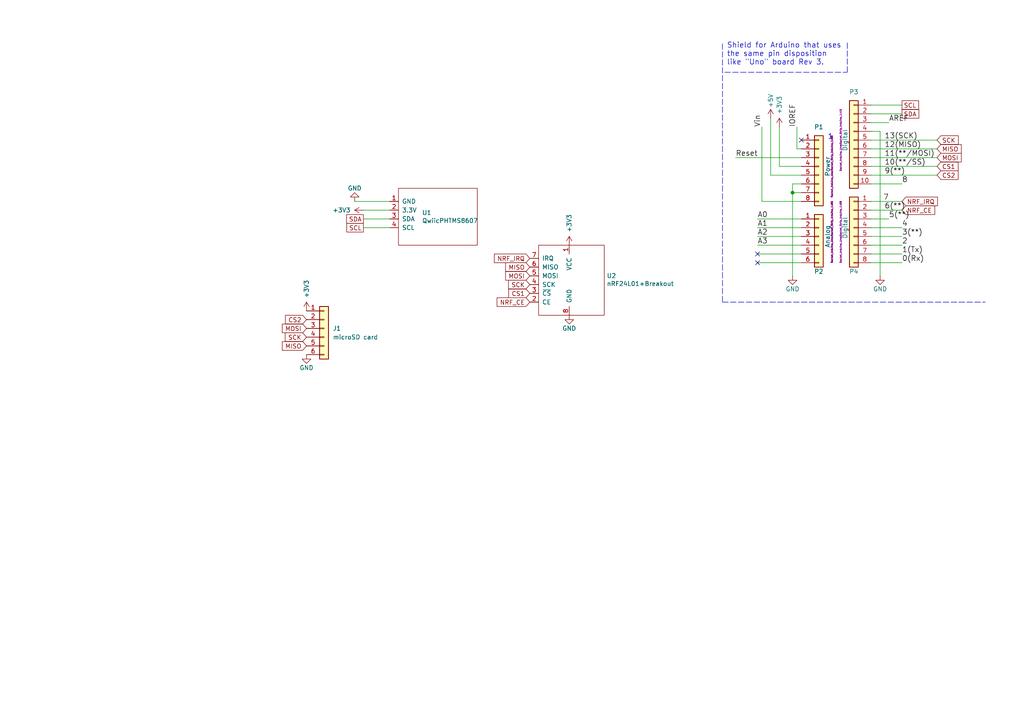
<source format=kicad_sch>
(kicad_sch (version 20211123) (generator eeschema)

  (uuid 0a3cc030-c9dd-4d74-9d50-715ed2b361a2)

  (paper "A4")

  (title_block
    (date "lun. 30 mars 2015")
  )

  (lib_symbols
    (symbol "Connector_Generic:Conn_01x06" (pin_names (offset 1.016) hide) (in_bom yes) (on_board yes)
      (property "Reference" "J" (id 0) (at 0 7.62 0)
        (effects (font (size 1.27 1.27)))
      )
      (property "Value" "Conn_01x06" (id 1) (at 0 -10.16 0)
        (effects (font (size 1.27 1.27)))
      )
      (property "Footprint" "" (id 2) (at 0 0 0)
        (effects (font (size 1.27 1.27)) hide)
      )
      (property "Datasheet" "~" (id 3) (at 0 0 0)
        (effects (font (size 1.27 1.27)) hide)
      )
      (property "ki_keywords" "connector" (id 4) (at 0 0 0)
        (effects (font (size 1.27 1.27)) hide)
      )
      (property "ki_description" "Generic connector, single row, 01x06, script generated (kicad-library-utils/schlib/autogen/connector/)" (id 5) (at 0 0 0)
        (effects (font (size 1.27 1.27)) hide)
      )
      (property "ki_fp_filters" "Connector*:*_1x??_*" (id 6) (at 0 0 0)
        (effects (font (size 1.27 1.27)) hide)
      )
      (symbol "Conn_01x06_1_1"
        (rectangle (start -1.27 -7.493) (end 0 -7.747)
          (stroke (width 0.1524) (type default) (color 0 0 0 0))
          (fill (type none))
        )
        (rectangle (start -1.27 -4.953) (end 0 -5.207)
          (stroke (width 0.1524) (type default) (color 0 0 0 0))
          (fill (type none))
        )
        (rectangle (start -1.27 -2.413) (end 0 -2.667)
          (stroke (width 0.1524) (type default) (color 0 0 0 0))
          (fill (type none))
        )
        (rectangle (start -1.27 0.127) (end 0 -0.127)
          (stroke (width 0.1524) (type default) (color 0 0 0 0))
          (fill (type none))
        )
        (rectangle (start -1.27 2.667) (end 0 2.413)
          (stroke (width 0.1524) (type default) (color 0 0 0 0))
          (fill (type none))
        )
        (rectangle (start -1.27 5.207) (end 0 4.953)
          (stroke (width 0.1524) (type default) (color 0 0 0 0))
          (fill (type none))
        )
        (rectangle (start -1.27 6.35) (end 1.27 -8.89)
          (stroke (width 0.254) (type default) (color 0 0 0 0))
          (fill (type background))
        )
        (pin passive line (at -5.08 5.08 0) (length 3.81)
          (name "Pin_1" (effects (font (size 1.27 1.27))))
          (number "1" (effects (font (size 1.27 1.27))))
        )
        (pin passive line (at -5.08 2.54 0) (length 3.81)
          (name "Pin_2" (effects (font (size 1.27 1.27))))
          (number "2" (effects (font (size 1.27 1.27))))
        )
        (pin passive line (at -5.08 0 0) (length 3.81)
          (name "Pin_3" (effects (font (size 1.27 1.27))))
          (number "3" (effects (font (size 1.27 1.27))))
        )
        (pin passive line (at -5.08 -2.54 0) (length 3.81)
          (name "Pin_4" (effects (font (size 1.27 1.27))))
          (number "4" (effects (font (size 1.27 1.27))))
        )
        (pin passive line (at -5.08 -5.08 0) (length 3.81)
          (name "Pin_5" (effects (font (size 1.27 1.27))))
          (number "5" (effects (font (size 1.27 1.27))))
        )
        (pin passive line (at -5.08 -7.62 0) (length 3.81)
          (name "Pin_6" (effects (font (size 1.27 1.27))))
          (number "6" (effects (font (size 1.27 1.27))))
        )
      )
    )
    (symbol "Connector_Generic:Conn_01x08" (pin_names (offset 1.016) hide) (in_bom yes) (on_board yes)
      (property "Reference" "J" (id 0) (at 0 10.16 0)
        (effects (font (size 1.27 1.27)))
      )
      (property "Value" "Conn_01x08" (id 1) (at 0 -12.7 0)
        (effects (font (size 1.27 1.27)))
      )
      (property "Footprint" "" (id 2) (at 0 0 0)
        (effects (font (size 1.27 1.27)) hide)
      )
      (property "Datasheet" "~" (id 3) (at 0 0 0)
        (effects (font (size 1.27 1.27)) hide)
      )
      (property "ki_keywords" "connector" (id 4) (at 0 0 0)
        (effects (font (size 1.27 1.27)) hide)
      )
      (property "ki_description" "Generic connector, single row, 01x08, script generated (kicad-library-utils/schlib/autogen/connector/)" (id 5) (at 0 0 0)
        (effects (font (size 1.27 1.27)) hide)
      )
      (property "ki_fp_filters" "Connector*:*_1x??_*" (id 6) (at 0 0 0)
        (effects (font (size 1.27 1.27)) hide)
      )
      (symbol "Conn_01x08_1_1"
        (rectangle (start -1.27 -10.033) (end 0 -10.287)
          (stroke (width 0.1524) (type default) (color 0 0 0 0))
          (fill (type none))
        )
        (rectangle (start -1.27 -7.493) (end 0 -7.747)
          (stroke (width 0.1524) (type default) (color 0 0 0 0))
          (fill (type none))
        )
        (rectangle (start -1.27 -4.953) (end 0 -5.207)
          (stroke (width 0.1524) (type default) (color 0 0 0 0))
          (fill (type none))
        )
        (rectangle (start -1.27 -2.413) (end 0 -2.667)
          (stroke (width 0.1524) (type default) (color 0 0 0 0))
          (fill (type none))
        )
        (rectangle (start -1.27 0.127) (end 0 -0.127)
          (stroke (width 0.1524) (type default) (color 0 0 0 0))
          (fill (type none))
        )
        (rectangle (start -1.27 2.667) (end 0 2.413)
          (stroke (width 0.1524) (type default) (color 0 0 0 0))
          (fill (type none))
        )
        (rectangle (start -1.27 5.207) (end 0 4.953)
          (stroke (width 0.1524) (type default) (color 0 0 0 0))
          (fill (type none))
        )
        (rectangle (start -1.27 7.747) (end 0 7.493)
          (stroke (width 0.1524) (type default) (color 0 0 0 0))
          (fill (type none))
        )
        (rectangle (start -1.27 8.89) (end 1.27 -11.43)
          (stroke (width 0.254) (type default) (color 0 0 0 0))
          (fill (type background))
        )
        (pin passive line (at -5.08 7.62 0) (length 3.81)
          (name "Pin_1" (effects (font (size 1.27 1.27))))
          (number "1" (effects (font (size 1.27 1.27))))
        )
        (pin passive line (at -5.08 5.08 0) (length 3.81)
          (name "Pin_2" (effects (font (size 1.27 1.27))))
          (number "2" (effects (font (size 1.27 1.27))))
        )
        (pin passive line (at -5.08 2.54 0) (length 3.81)
          (name "Pin_3" (effects (font (size 1.27 1.27))))
          (number "3" (effects (font (size 1.27 1.27))))
        )
        (pin passive line (at -5.08 0 0) (length 3.81)
          (name "Pin_4" (effects (font (size 1.27 1.27))))
          (number "4" (effects (font (size 1.27 1.27))))
        )
        (pin passive line (at -5.08 -2.54 0) (length 3.81)
          (name "Pin_5" (effects (font (size 1.27 1.27))))
          (number "5" (effects (font (size 1.27 1.27))))
        )
        (pin passive line (at -5.08 -5.08 0) (length 3.81)
          (name "Pin_6" (effects (font (size 1.27 1.27))))
          (number "6" (effects (font (size 1.27 1.27))))
        )
        (pin passive line (at -5.08 -7.62 0) (length 3.81)
          (name "Pin_7" (effects (font (size 1.27 1.27))))
          (number "7" (effects (font (size 1.27 1.27))))
        )
        (pin passive line (at -5.08 -10.16 0) (length 3.81)
          (name "Pin_8" (effects (font (size 1.27 1.27))))
          (number "8" (effects (font (size 1.27 1.27))))
        )
      )
    )
    (symbol "Connector_Generic:Conn_01x10" (pin_names (offset 1.016) hide) (in_bom yes) (on_board yes)
      (property "Reference" "J" (id 0) (at 0 12.7 0)
        (effects (font (size 1.27 1.27)))
      )
      (property "Value" "Conn_01x10" (id 1) (at 0 -15.24 0)
        (effects (font (size 1.27 1.27)))
      )
      (property "Footprint" "" (id 2) (at 0 0 0)
        (effects (font (size 1.27 1.27)) hide)
      )
      (property "Datasheet" "~" (id 3) (at 0 0 0)
        (effects (font (size 1.27 1.27)) hide)
      )
      (property "ki_keywords" "connector" (id 4) (at 0 0 0)
        (effects (font (size 1.27 1.27)) hide)
      )
      (property "ki_description" "Generic connector, single row, 01x10, script generated (kicad-library-utils/schlib/autogen/connector/)" (id 5) (at 0 0 0)
        (effects (font (size 1.27 1.27)) hide)
      )
      (property "ki_fp_filters" "Connector*:*_1x??_*" (id 6) (at 0 0 0)
        (effects (font (size 1.27 1.27)) hide)
      )
      (symbol "Conn_01x10_1_1"
        (rectangle (start -1.27 -12.573) (end 0 -12.827)
          (stroke (width 0.1524) (type default) (color 0 0 0 0))
          (fill (type none))
        )
        (rectangle (start -1.27 -10.033) (end 0 -10.287)
          (stroke (width 0.1524) (type default) (color 0 0 0 0))
          (fill (type none))
        )
        (rectangle (start -1.27 -7.493) (end 0 -7.747)
          (stroke (width 0.1524) (type default) (color 0 0 0 0))
          (fill (type none))
        )
        (rectangle (start -1.27 -4.953) (end 0 -5.207)
          (stroke (width 0.1524) (type default) (color 0 0 0 0))
          (fill (type none))
        )
        (rectangle (start -1.27 -2.413) (end 0 -2.667)
          (stroke (width 0.1524) (type default) (color 0 0 0 0))
          (fill (type none))
        )
        (rectangle (start -1.27 0.127) (end 0 -0.127)
          (stroke (width 0.1524) (type default) (color 0 0 0 0))
          (fill (type none))
        )
        (rectangle (start -1.27 2.667) (end 0 2.413)
          (stroke (width 0.1524) (type default) (color 0 0 0 0))
          (fill (type none))
        )
        (rectangle (start -1.27 5.207) (end 0 4.953)
          (stroke (width 0.1524) (type default) (color 0 0 0 0))
          (fill (type none))
        )
        (rectangle (start -1.27 7.747) (end 0 7.493)
          (stroke (width 0.1524) (type default) (color 0 0 0 0))
          (fill (type none))
        )
        (rectangle (start -1.27 10.287) (end 0 10.033)
          (stroke (width 0.1524) (type default) (color 0 0 0 0))
          (fill (type none))
        )
        (rectangle (start -1.27 11.43) (end 1.27 -13.97)
          (stroke (width 0.254) (type default) (color 0 0 0 0))
          (fill (type background))
        )
        (pin passive line (at -5.08 10.16 0) (length 3.81)
          (name "Pin_1" (effects (font (size 1.27 1.27))))
          (number "1" (effects (font (size 1.27 1.27))))
        )
        (pin passive line (at -5.08 -12.7 0) (length 3.81)
          (name "Pin_10" (effects (font (size 1.27 1.27))))
          (number "10" (effects (font (size 1.27 1.27))))
        )
        (pin passive line (at -5.08 7.62 0) (length 3.81)
          (name "Pin_2" (effects (font (size 1.27 1.27))))
          (number "2" (effects (font (size 1.27 1.27))))
        )
        (pin passive line (at -5.08 5.08 0) (length 3.81)
          (name "Pin_3" (effects (font (size 1.27 1.27))))
          (number "3" (effects (font (size 1.27 1.27))))
        )
        (pin passive line (at -5.08 2.54 0) (length 3.81)
          (name "Pin_4" (effects (font (size 1.27 1.27))))
          (number "4" (effects (font (size 1.27 1.27))))
        )
        (pin passive line (at -5.08 0 0) (length 3.81)
          (name "Pin_5" (effects (font (size 1.27 1.27))))
          (number "5" (effects (font (size 1.27 1.27))))
        )
        (pin passive line (at -5.08 -2.54 0) (length 3.81)
          (name "Pin_6" (effects (font (size 1.27 1.27))))
          (number "6" (effects (font (size 1.27 1.27))))
        )
        (pin passive line (at -5.08 -5.08 0) (length 3.81)
          (name "Pin_7" (effects (font (size 1.27 1.27))))
          (number "7" (effects (font (size 1.27 1.27))))
        )
        (pin passive line (at -5.08 -7.62 0) (length 3.81)
          (name "Pin_8" (effects (font (size 1.27 1.27))))
          (number "8" (effects (font (size 1.27 1.27))))
        )
        (pin passive line (at -5.08 -10.16 0) (length 3.81)
          (name "Pin_9" (effects (font (size 1.27 1.27))))
          (number "9" (effects (font (size 1.27 1.27))))
        )
      )
    )
    (symbol "power:+3.3V" (power) (pin_names (offset 0)) (in_bom yes) (on_board yes)
      (property "Reference" "#PWR" (id 0) (at 0 -3.81 0)
        (effects (font (size 1.27 1.27)) hide)
      )
      (property "Value" "+3.3V" (id 1) (at 0 3.556 0)
        (effects (font (size 1.27 1.27)))
      )
      (property "Footprint" "" (id 2) (at 0 0 0)
        (effects (font (size 1.27 1.27)) hide)
      )
      (property "Datasheet" "" (id 3) (at 0 0 0)
        (effects (font (size 1.27 1.27)) hide)
      )
      (property "ki_keywords" "power-flag" (id 4) (at 0 0 0)
        (effects (font (size 1.27 1.27)) hide)
      )
      (property "ki_description" "Power symbol creates a global label with name \"+3.3V\"" (id 5) (at 0 0 0)
        (effects (font (size 1.27 1.27)) hide)
      )
      (symbol "+3.3V_0_1"
        (polyline
          (pts
            (xy -0.762 1.27)
            (xy 0 2.54)
          )
          (stroke (width 0) (type default) (color 0 0 0 0))
          (fill (type none))
        )
        (polyline
          (pts
            (xy 0 0)
            (xy 0 2.54)
          )
          (stroke (width 0) (type default) (color 0 0 0 0))
          (fill (type none))
        )
        (polyline
          (pts
            (xy 0 2.54)
            (xy 0.762 1.27)
          )
          (stroke (width 0) (type default) (color 0 0 0 0))
          (fill (type none))
        )
      )
      (symbol "+3.3V_1_1"
        (pin power_in line (at 0 0 90) (length 0) hide
          (name "+3V3" (effects (font (size 1.27 1.27))))
          (number "1" (effects (font (size 1.27 1.27))))
        )
      )
    )
    (symbol "power:+5V" (power) (pin_names (offset 0)) (in_bom yes) (on_board yes)
      (property "Reference" "#PWR" (id 0) (at 0 -3.81 0)
        (effects (font (size 1.27 1.27)) hide)
      )
      (property "Value" "+5V" (id 1) (at 0 3.556 0)
        (effects (font (size 1.27 1.27)))
      )
      (property "Footprint" "" (id 2) (at 0 0 0)
        (effects (font (size 1.27 1.27)) hide)
      )
      (property "Datasheet" "" (id 3) (at 0 0 0)
        (effects (font (size 1.27 1.27)) hide)
      )
      (property "ki_keywords" "power-flag" (id 4) (at 0 0 0)
        (effects (font (size 1.27 1.27)) hide)
      )
      (property "ki_description" "Power symbol creates a global label with name \"+5V\"" (id 5) (at 0 0 0)
        (effects (font (size 1.27 1.27)) hide)
      )
      (symbol "+5V_0_1"
        (polyline
          (pts
            (xy -0.762 1.27)
            (xy 0 2.54)
          )
          (stroke (width 0) (type default) (color 0 0 0 0))
          (fill (type none))
        )
        (polyline
          (pts
            (xy 0 0)
            (xy 0 2.54)
          )
          (stroke (width 0) (type default) (color 0 0 0 0))
          (fill (type none))
        )
        (polyline
          (pts
            (xy 0 2.54)
            (xy 0.762 1.27)
          )
          (stroke (width 0) (type default) (color 0 0 0 0))
          (fill (type none))
        )
      )
      (symbol "+5V_1_1"
        (pin power_in line (at 0 0 90) (length 0) hide
          (name "+5V" (effects (font (size 1.27 1.27))))
          (number "1" (effects (font (size 1.27 1.27))))
        )
      )
    )
    (symbol "power:GND" (power) (pin_names (offset 0)) (in_bom yes) (on_board yes)
      (property "Reference" "#PWR" (id 0) (at 0 -6.35 0)
        (effects (font (size 1.27 1.27)) hide)
      )
      (property "Value" "GND" (id 1) (at 0 -3.81 0)
        (effects (font (size 1.27 1.27)))
      )
      (property "Footprint" "" (id 2) (at 0 0 0)
        (effects (font (size 1.27 1.27)) hide)
      )
      (property "Datasheet" "" (id 3) (at 0 0 0)
        (effects (font (size 1.27 1.27)) hide)
      )
      (property "ki_keywords" "power-flag" (id 4) (at 0 0 0)
        (effects (font (size 1.27 1.27)) hide)
      )
      (property "ki_description" "Power symbol creates a global label with name \"GND\" , ground" (id 5) (at 0 0 0)
        (effects (font (size 1.27 1.27)) hide)
      )
      (symbol "GND_0_1"
        (polyline
          (pts
            (xy 0 0)
            (xy 0 -1.27)
            (xy 1.27 -1.27)
            (xy 0 -2.54)
            (xy -1.27 -1.27)
            (xy 0 -1.27)
          )
          (stroke (width 0) (type default) (color 0 0 0 0))
          (fill (type none))
        )
      )
      (symbol "GND_1_1"
        (pin power_in line (at 0 0 270) (length 0) hide
          (name "GND" (effects (font (size 1.27 1.27))))
          (number "1" (effects (font (size 1.27 1.27))))
        )
      )
    )
    (symbol "yaws:QwiicPHTMS8607" (pin_names (offset 1.016)) (in_bom yes) (on_board yes)
      (property "Reference" "#U1" (id 0) (at 20.8026 0.5334 0)
        (effects (font (size 1.27 1.27)) (justify left))
      )
      (property "Value" "QwiicPHTMS8607" (id 1) (at 20.8026 -1.778 0)
        (effects (font (size 1.27 1.27)) (justify left))
      )
      (property "Footprint" "Connector_PinHeader_2.54mm:PinHeader_1x04_P2.54mm_Vertical" (id 2) (at 0 8.89 0)
        (effects (font (size 1.27 1.27)) hide)
      )
      (property "Datasheet" "" (id 3) (at 0 8.89 0)
        (effects (font (size 1.27 1.27)) hide)
      )
      (symbol "QwiicPHTMS8607_0_1"
        (rectangle (start 13.97 7.62) (end 36.83 -8.89)
          (stroke (width 0) (type default) (color 0 0 0 0))
          (fill (type none))
        )
      )
      (symbol "QwiicPHTMS8607_1_1"
        (pin power_in line (at 11.43 3.81 0) (length 2.54)
          (name "GND" (effects (font (size 1.27 1.27))))
          (number "1" (effects (font (size 1.27 1.27))))
        )
        (pin power_in line (at 11.43 1.27 0) (length 2.54)
          (name "3.3V" (effects (font (size 1.27 1.27))))
          (number "2" (effects (font (size 1.27 1.27))))
        )
        (pin bidirectional line (at 11.43 -1.27 0) (length 2.54)
          (name "SDA" (effects (font (size 1.27 1.27))))
          (number "3" (effects (font (size 1.27 1.27))))
        )
        (pin bidirectional line (at 11.43 -3.81 0) (length 2.54)
          (name "SCL" (effects (font (size 1.27 1.27))))
          (number "4" (effects (font (size 1.27 1.27))))
        )
      )
    )
    (symbol "yaws:nRF24L01+Breakout" (pin_names (offset 1.016)) (in_bom yes) (on_board yes)
      (property "Reference" "U" (id 0) (at 8.89 -2.54 0)
        (effects (font (size 1.27 1.27)))
      )
      (property "Value" "nRF24L01+Breakout" (id 1) (at 8.89 -13.97 90)
        (effects (font (size 1.27 1.27)))
      )
      (property "Footprint" "" (id 2) (at 0 0 0)
        (effects (font (size 1.27 1.27)) hide)
      )
      (property "Datasheet" "" (id 3) (at 0 0 0)
        (effects (font (size 1.27 1.27)) hide)
      )
      (symbol "nRF24L01+Breakout_0_1"
        (rectangle (start -8.89 -3.81) (end 10.16 -24.13)
          (stroke (width 0) (type default) (color 0 0 0 0))
          (fill (type none))
        )
      )
      (symbol "nRF24L01+Breakout_1_1"
        (pin power_in line (at 0 -3.81 270) (length 2.54)
          (name "VCC" (effects (font (size 1.27 1.27))))
          (number "1" (effects (font (size 1.27 1.27))))
        )
        (pin input line (at -11.43 -20.32 0) (length 2.54)
          (name "CE" (effects (font (size 1.27 1.27))))
          (number "2" (effects (font (size 1.27 1.27))))
        )
        (pin input line (at -11.43 -17.78 0) (length 2.54)
          (name "~{CS}" (effects (font (size 1.27 1.27))))
          (number "3" (effects (font (size 1.27 1.27))))
        )
        (pin input line (at -11.43 -15.24 0) (length 2.54)
          (name "SCK" (effects (font (size 1.27 1.27))))
          (number "4" (effects (font (size 1.27 1.27))))
        )
        (pin input line (at -11.43 -12.7 0) (length 2.54)
          (name "MOSI" (effects (font (size 1.27 1.27))))
          (number "5" (effects (font (size 1.27 1.27))))
        )
        (pin input line (at -11.43 -10.16 0) (length 2.54)
          (name "MISO" (effects (font (size 1.27 1.27))))
          (number "6" (effects (font (size 1.27 1.27))))
        )
        (pin input line (at -11.43 -7.62 0) (length 2.54)
          (name "IRQ" (effects (font (size 1.27 1.27))))
          (number "7" (effects (font (size 1.27 1.27))))
        )
        (pin power_in line (at 0 -24.13 90) (length 2.54)
          (name "GND" (effects (font (size 1.27 1.27))))
          (number "8" (effects (font (size 1.27 1.27))))
        )
      )
    )
  )

  (junction (at 229.87 55.88) (diameter 0) (color 0 0 0 0)
    (uuid 1bf544e3-5940-4576-9291-2464e95c0ee2)
  )

  (no_connect (at 219.71 73.66) (uuid 006f97bb-ed61-44c3-b547-0190a4d34a6b))
  (no_connect (at 219.71 76.2) (uuid 006f97bb-ed61-44c3-b547-0190a4d34a6b))
  (no_connect (at 232.41 40.64) (uuid afb8e687-4a13-41a1-b8c0-89a749e897fe))

  (wire (pts (xy 252.73 76.2) (xy 261.62 76.2))
    (stroke (width 0) (type default) (color 0 0 0 0))
    (uuid 003c2200-0632-4808-a662-8ddd5d30c768)
  )
  (polyline (pts (xy 209.55 12.7) (xy 209.55 87.63))
    (stroke (width 0) (type default) (color 0 0 0 0))
    (uuid 0217dfc4-fc13-4699-99ad-d9948522648e)
  )

  (wire (pts (xy 255.27 38.1) (xy 255.27 80.01))
    (stroke (width 0) (type default) (color 0 0 0 0))
    (uuid 0755aee5-bc01-4cb5-b830-583289df50a3)
  )
  (wire (pts (xy 252.73 45.72) (xy 271.78 45.72))
    (stroke (width 0) (type default) (color 0 0 0 0))
    (uuid 08a7c925-7fae-4530-b0c9-120e185cb318)
  )
  (wire (pts (xy 232.41 66.04) (xy 219.71 66.04))
    (stroke (width 0) (type default) (color 0 0 0 0))
    (uuid 0f54db53-a272-4955-88fb-d7ab00657bb0)
  )
  (wire (pts (xy 232.41 58.42) (xy 220.98 58.42))
    (stroke (width 0) (type default) (color 0 0 0 0))
    (uuid 1a1ab354-5f85-45f9-938c-9f6c4c8c3ea2)
  )
  (wire (pts (xy 252.73 33.02) (xy 261.62 33.02))
    (stroke (width 0) (type default) (color 0 0 0 0))
    (uuid 1c0591ac-7da2-4e63-ba89-7a3c7d6f3873)
  )
  (wire (pts (xy 102.87 58.42) (xy 113.03 58.42))
    (stroke (width 0) (type default) (color 0 0 0 0))
    (uuid 1e8701fc-ad24-40ea-846a-e3db538d6077)
  )
  (wire (pts (xy 252.73 30.48) (xy 261.62 30.48))
    (stroke (width 0) (type default) (color 0 0 0 0))
    (uuid 240e07e1-770b-4b27-894f-29fd601c924d)
  )
  (wire (pts (xy 252.73 38.1) (xy 255.27 38.1))
    (stroke (width 0) (type default) (color 0 0 0 0))
    (uuid 2f215f15-3d52-4c91-93e6-3ea03a95622f)
  )
  (polyline (pts (xy 278.13 87.63) (xy 285.75 87.63))
    (stroke (width 0) (type default) (color 0 0 0 0))
    (uuid 377ea783-2190-4391-a30a-088b5fddbf7b)
  )

  (wire (pts (xy 220.98 58.42) (xy 220.98 36.83))
    (stroke (width 0) (type default) (color 0 0 0 0))
    (uuid 3aaee4c4-dbf7-49a5-a620-9465d8cc3ae7)
  )
  (wire (pts (xy 232.41 53.34) (xy 229.87 53.34))
    (stroke (width 0) (type default) (color 0 0 0 0))
    (uuid 42713045-fffd-4b2d-ae1e-7232d705fb12)
  )
  (wire (pts (xy 252.73 40.64) (xy 271.78 40.64))
    (stroke (width 0) (type default) (color 0 0 0 0))
    (uuid 4a4ec8d9-3d72-4952-83d4-808f65849a2b)
  )
  (wire (pts (xy 252.73 35.56) (xy 257.81 35.56))
    (stroke (width 0) (type default) (color 0 0 0 0))
    (uuid 4bdec68a-4a5f-47ba-a4bb-f7a54c412054)
  )
  (wire (pts (xy 252.73 50.8) (xy 271.78 50.8))
    (stroke (width 0) (type default) (color 0 0 0 0))
    (uuid 5528bcad-2950-4673-90eb-c37e6952c475)
  )
  (wire (pts (xy 252.73 58.42) (xy 261.62 58.42))
    (stroke (width 0) (type default) (color 0 0 0 0))
    (uuid 61fe293f-6808-4b7f-9340-9aaac7054a97)
  )
  (wire (pts (xy 232.41 76.2) (xy 219.71 76.2))
    (stroke (width 0) (type default) (color 0 0 0 0))
    (uuid 6441b183-b8f2-458f-a23d-60e2b1f66dd6)
  )
  (wire (pts (xy 231.14 36.83) (xy 231.14 43.18))
    (stroke (width 0) (type default) (color 0 0 0 0))
    (uuid 666713b0-70f4-42df-8761-f65bc212d03b)
  )
  (wire (pts (xy 232.41 45.72) (xy 213.36 45.72))
    (stroke (width 0) (type default) (color 0 0 0 0))
    (uuid 6bfe5804-2ef9-4c65-b2a7-f01e4014370a)
  )
  (polyline (pts (xy 245.745 20.955) (xy 245.745 12.065))
    (stroke (width 0) (type default) (color 0 0 0 0))
    (uuid 6c2e273e-743c-4f1e-a647-4171f8122550)
  )

  (wire (pts (xy 252.73 43.18) (xy 271.78 43.18))
    (stroke (width 0) (type default) (color 0 0 0 0))
    (uuid 76e5d2bc-2762-4db5-808d-3b8f1b6f71e3)
  )
  (wire (pts (xy 232.41 50.8) (xy 223.52 50.8))
    (stroke (width 0) (type default) (color 0 0 0 0))
    (uuid 7aed3a71-054b-4aaa-9c0a-030523c32827)
  )
  (wire (pts (xy 252.73 53.34) (xy 261.62 53.34))
    (stroke (width 0) (type default) (color 0 0 0 0))
    (uuid 7bbf981c-a063-4e30-8911-e4228e1c0743)
  )
  (wire (pts (xy 231.14 43.18) (xy 232.41 43.18))
    (stroke (width 0) (type default) (color 0 0 0 0))
    (uuid 7dc880bc-e7eb-4cce-8d8c-0b65a9dd788e)
  )
  (wire (pts (xy 252.73 48.26) (xy 271.78 48.26))
    (stroke (width 0) (type default) (color 0 0 0 0))
    (uuid 7edc9030-db7b-43ac-a1b3-b87eeacb4c2d)
  )
  (wire (pts (xy 232.41 68.58) (xy 219.71 68.58))
    (stroke (width 0) (type default) (color 0 0 0 0))
    (uuid 80094b70-85ab-4ff6-934b-60d5ee65023a)
  )
  (wire (pts (xy 105.41 63.5) (xy 113.03 63.5))
    (stroke (width 0) (type default) (color 0 0 0 0))
    (uuid 8ca3e20d-bcc7-4c5e-9deb-562dfed9fecb)
  )
  (wire (pts (xy 229.87 53.34) (xy 229.87 55.88))
    (stroke (width 0) (type default) (color 0 0 0 0))
    (uuid 8da933a9-35f8-42e6-8504-d1bab7264306)
  )
  (wire (pts (xy 252.73 63.5) (xy 257.81 63.5))
    (stroke (width 0) (type default) (color 0 0 0 0))
    (uuid 8e2a0c71-ae24-43dc-b40e-0417f7c7ea6a)
  )
  (wire (pts (xy 232.41 48.26) (xy 226.06 48.26))
    (stroke (width 0) (type default) (color 0 0 0 0))
    (uuid 9157f4ae-0244-4ff1-9f73-3cb4cbb5f280)
  )
  (wire (pts (xy 232.41 63.5) (xy 219.71 63.5))
    (stroke (width 0) (type default) (color 0 0 0 0))
    (uuid 922058ca-d09a-45fd-8394-05f3e2c1e03a)
  )
  (wire (pts (xy 226.06 48.26) (xy 226.06 36.83))
    (stroke (width 0) (type default) (color 0 0 0 0))
    (uuid 97fe9c60-586f-4895-8504-4d3729f5f81a)
  )
  (wire (pts (xy 252.73 71.12) (xy 261.62 71.12))
    (stroke (width 0) (type default) (color 0 0 0 0))
    (uuid 9b0a1687-7e1b-4a04-a30b-c27a072a2949)
  )
  (wire (pts (xy 252.73 66.04) (xy 261.62 66.04))
    (stroke (width 0) (type default) (color 0 0 0 0))
    (uuid 9e1b837f-0d34-4a18-9644-9ee68f141f46)
  )
  (wire (pts (xy 105.41 66.04) (xy 113.03 66.04))
    (stroke (width 0) (type default) (color 0 0 0 0))
    (uuid a15a7506-eae4-4933-84da-9ad754258706)
  )
  (wire (pts (xy 252.73 60.96) (xy 261.62 60.96))
    (stroke (width 0) (type default) (color 0 0 0 0))
    (uuid b88717bd-086f-46cd-9d3f-0396009d0996)
  )
  (wire (pts (xy 229.87 55.88) (xy 229.87 80.01))
    (stroke (width 0) (type default) (color 0 0 0 0))
    (uuid bd5408e4-362d-4e43-9d39-78fb99eb52c8)
  )
  (wire (pts (xy 223.52 50.8) (xy 223.52 34.29))
    (stroke (width 0) (type default) (color 0 0 0 0))
    (uuid bdc7face-9f7c-4701-80bb-4cc144448db1)
  )
  (wire (pts (xy 232.41 73.66) (xy 219.71 73.66))
    (stroke (width 0) (type default) (color 0 0 0 0))
    (uuid bfc0aadc-38cf-466e-a642-68fdc3138c78)
  )
  (wire (pts (xy 252.73 68.58) (xy 261.62 68.58))
    (stroke (width 0) (type default) (color 0 0 0 0))
    (uuid c01d25cd-f4bb-4ef3-b5ea-533a2a4ddb2b)
  )
  (wire (pts (xy 232.41 55.88) (xy 229.87 55.88))
    (stroke (width 0) (type default) (color 0 0 0 0))
    (uuid c0515cd2-cdaa-467e-8354-0f6eadfa35c9)
  )
  (polyline (pts (xy 209.55 87.63) (xy 278.13 87.63))
    (stroke (width 0) (type default) (color 0 0 0 0))
    (uuid c0eca5ed-bc5e-4618-9bcd-80945bea41ed)
  )

  (wire (pts (xy 232.41 71.12) (xy 219.71 71.12))
    (stroke (width 0) (type default) (color 0 0 0 0))
    (uuid d4a1d3c4-b315-4bec-9220-d12a9eab51e0)
  )
  (polyline (pts (xy 210.185 20.955) (xy 245.745 20.955))
    (stroke (width 0) (type default) (color 0 0 0 0))
    (uuid e857610b-4434-4144-b04e-43c1ebdc5ceb)
  )

  (wire (pts (xy 105.41 60.96) (xy 113.03 60.96))
    (stroke (width 0) (type default) (color 0 0 0 0))
    (uuid e8c50f1b-c316-4110-9cce-5c24c65a1eaa)
  )
  (wire (pts (xy 252.73 73.66) (xy 261.62 73.66))
    (stroke (width 0) (type default) (color 0 0 0 0))
    (uuid ee27d19c-8dca-4ac8-a760-6dfd54d28071)
  )

  (text "1" (at 240.03 40.64 0)
    (effects (font (size 1.524 1.524)) (justify left bottom))
    (uuid 1d9cdadc-9036-4a95-b6db-fa7b3b74c869)
  )
  (text "Shield for Arduino that uses\nthe same pin disposition\nlike \"Uno\" board Rev 3."
    (at 210.82 19.05 0)
    (effects (font (size 1.524 1.524)) (justify left bottom))
    (uuid f1830a1b-f0cc-47ae-a2c9-679c82032f14)
  )

  (label "0(Rx)" (at 261.62 76.2 0)
    (effects (font (size 1.524 1.524)) (justify left bottom))
    (uuid 13abf99d-5265-4779-8973-e94370fd18ff)
  )
  (label "A1" (at 219.71 66.04 0)
    (effects (font (size 1.524 1.524)) (justify left bottom))
    (uuid 1860e030-7a36-4298-b7fc-a16d48ab15ba)
  )
  (label "6(**)" (at 256.54 60.96 0)
    (effects (font (size 1.524 1.524)) (justify left bottom))
    (uuid 23bb2798-d93a-4696-a962-c305c4298a0c)
  )
  (label "A2" (at 219.71 68.58 0)
    (effects (font (size 1.524 1.524)) (justify left bottom))
    (uuid 3dcc657b-55a1-48e0-9667-e01e7b6b08b5)
  )
  (label "3(**)" (at 261.62 68.58 0)
    (effects (font (size 1.524 1.524)) (justify left bottom))
    (uuid 46918595-4a45-48e8-84c0-961b4db7f35f)
  )
  (label "Reset" (at 213.36 45.72 0)
    (effects (font (size 1.524 1.524)) (justify left bottom))
    (uuid 4fb02e58-160a-4a39-9f22-d0c75e82ee72)
  )
  (label "13(SCK)" (at 256.54 40.64 0)
    (effects (font (size 1.524 1.524)) (justify left bottom))
    (uuid 62c076a3-d618-44a2-9042-9a08b3576787)
  )
  (label "A3" (at 219.71 71.12 0)
    (effects (font (size 1.524 1.524)) (justify left bottom))
    (uuid 67f6e996-3c99-493c-8f6f-e739e2ed5d7a)
  )
  (label "8" (at 261.62 53.34 0)
    (effects (font (size 1.524 1.524)) (justify left bottom))
    (uuid 6e105729-aba0-497c-a99e-c32d2b3ddb6d)
  )
  (label "7" (at 257.81 58.42 180)
    (effects (font (size 1.524 1.524)) (justify right bottom))
    (uuid 78cbdd6c-4878-4cc5-9a58-0e506478e37d)
  )
  (label "Vin" (at 220.98 36.83 90)
    (effects (font (size 1.524 1.524)) (justify left bottom))
    (uuid 8322f275-268c-4e87-a69f-4cfbf05e747f)
  )
  (label "5(**)" (at 257.81 63.5 0)
    (effects (font (size 1.524 1.524)) (justify left bottom))
    (uuid 94c158d1-8503-4553-b511-bf42f506c2a8)
  )
  (label "9(**)" (at 256.54 50.8 0)
    (effects (font (size 1.524 1.524)) (justify left bottom))
    (uuid 983c426c-24e0-4c65-ab69-1f1824adc5c6)
  )
  (label "4" (at 261.62 66.04 0)
    (effects (font (size 1.524 1.524)) (justify left bottom))
    (uuid 9ccf03e8-755a-4cd9-96fc-30e1d08fa253)
  )
  (label "2" (at 261.62 71.12 0)
    (effects (font (size 1.524 1.524)) (justify left bottom))
    (uuid a7520ad3-0f8b-4788-92d4-8ffb277041e6)
  )
  (label "1(Tx)" (at 261.62 73.66 0)
    (effects (font (size 1.524 1.524)) (justify left bottom))
    (uuid a795f1ba-cdd5-4cc5-9a52-08586e982934)
  )
  (label "IOREF" (at 231.14 36.83 90)
    (effects (font (size 1.524 1.524)) (justify left bottom))
    (uuid b6270a28-e0d9-4655-a18a-03dbf007b940)
  )
  (label "10(**/SS)" (at 256.54 48.26 0)
    (effects (font (size 1.524 1.524)) (justify left bottom))
    (uuid c1d83899-e380-49f9-a87d-8e78bc089ebf)
  )
  (label "AREF" (at 257.81 35.56 0)
    (effects (font (size 1.524 1.524)) (justify left bottom))
    (uuid da469d11-a8a4-414b-9449-d151eeaf4853)
  )
  (label "11(**/MOSI)" (at 256.54 45.72 0)
    (effects (font (size 1.524 1.524)) (justify left bottom))
    (uuid e9bb29b2-2bb9-4ea2-acd9-2bb3ca677a12)
  )
  (label "12(MISO)" (at 256.54 43.18 0)
    (effects (font (size 1.524 1.524)) (justify left bottom))
    (uuid ec31c074-17b2-48e1-ab01-071acad3fa04)
  )
  (label "A0" (at 219.71 63.5 0)
    (effects (font (size 1.524 1.524)) (justify left bottom))
    (uuid f3490fa5-5a27-423b-af60-53609669542c)
  )

  (global_label "SCK" (shape input) (at 153.67 82.55 180) (fields_autoplaced)
    (effects (font (size 1.27 1.27)) (justify right))
    (uuid 0cb3a8c9-9703-4c3a-a9fc-907d9e8ff416)
    (property "Intersheet References" "${INTERSHEET_REFS}" (id 0) (at 147.5963 82.6294 0)
      (effects (font (size 1.27 1.27)) (justify right) hide)
    )
  )
  (global_label "MOSI" (shape input) (at 88.9 95.25 180) (fields_autoplaced)
    (effects (font (size 1.27 1.27)) (justify right))
    (uuid 19eb268b-8f1f-4904-8efb-4b63af67b63a)
    (property "Intersheet References" "${INTERSHEET_REFS}" (id 0) (at 81.9796 95.3294 0)
      (effects (font (size 1.27 1.27)) (justify right) hide)
    )
  )
  (global_label "MISO" (shape input) (at 271.78 43.18 0) (fields_autoplaced)
    (effects (font (size 1.27 1.27)) (justify left))
    (uuid 1e4f56d9-7797-4283-952a-412dd33b7acf)
    (property "Intersheet References" "${INTERSHEET_REFS}" (id 0) (at 278.7004 43.1006 0)
      (effects (font (size 1.27 1.27)) (justify left) hide)
    )
  )
  (global_label "NRF_CE" (shape input) (at 261.62 60.96 0) (fields_autoplaced)
    (effects (font (size 1.27 1.27)) (justify left))
    (uuid 49907ab9-0e59-4f2c-9360-a9bd477707dd)
    (property "Intersheet References" "${INTERSHEET_REFS}" (id 0) (at 271.0199 60.8806 0)
      (effects (font (size 1.27 1.27)) (justify left) hide)
    )
  )
  (global_label "CS2" (shape input) (at 88.9 92.71 180) (fields_autoplaced)
    (effects (font (size 1.27 1.27)) (justify right))
    (uuid 5154ea12-0a47-457a-a4a5-ae5342ee4b9c)
    (property "Intersheet References" "${INTERSHEET_REFS}" (id 0) (at 82.8868 92.7894 0)
      (effects (font (size 1.27 1.27)) (justify right) hide)
    )
  )
  (global_label "SCK" (shape input) (at 88.9 97.79 180) (fields_autoplaced)
    (effects (font (size 1.27 1.27)) (justify right))
    (uuid 5c8aa320-4ba6-420f-afc0-29d54c2ea32e)
    (property "Intersheet References" "${INTERSHEET_REFS}" (id 0) (at 82.8263 97.8694 0)
      (effects (font (size 1.27 1.27)) (justify right) hide)
    )
  )
  (global_label "NRF_IRQ" (shape input) (at 261.62 58.42 0) (fields_autoplaced)
    (effects (font (size 1.27 1.27)) (justify left))
    (uuid 76f11945-cf8c-4bdd-871e-4684f8c2138a)
    (property "Intersheet References" "${INTERSHEET_REFS}" (id 0) (at 271.8061 58.3406 0)
      (effects (font (size 1.27 1.27)) (justify left) hide)
    )
  )
  (global_label "CS2" (shape input) (at 271.78 50.8 0) (fields_autoplaced)
    (effects (font (size 1.27 1.27)) (justify left))
    (uuid 7bfa3eae-0bbd-4dec-b2a0-3ca9c4677db6)
    (property "Intersheet References" "${INTERSHEET_REFS}" (id 0) (at 277.7932 50.7206 0)
      (effects (font (size 1.27 1.27)) (justify left) hide)
    )
  )
  (global_label "MOSI" (shape input) (at 153.67 80.01 180) (fields_autoplaced)
    (effects (font (size 1.27 1.27)) (justify right))
    (uuid 82e5c34e-a6c0-4871-81e1-6fa0c9f72016)
    (property "Intersheet References" "${INTERSHEET_REFS}" (id 0) (at 146.7496 80.0894 0)
      (effects (font (size 1.27 1.27)) (justify right) hide)
    )
  )
  (global_label "SCL" (shape passive) (at 261.62 30.48 0) (fields_autoplaced)
    (effects (font (size 1.27 1.27)) (justify left))
    (uuid 8c514922-ffe1-4e37-a260-e807409f2e0d)
    (property "Intersheet References" "${INTERSHEET_REFS}" (id 0) (at 487.68 106.68 0)
      (effects (font (size 1.27 1.27)) hide)
    )
  )
  (global_label "SCK" (shape input) (at 271.78 40.64 0) (fields_autoplaced)
    (effects (font (size 1.27 1.27)) (justify left))
    (uuid 8d4b41e7-ee90-4947-80c3-4380b3f76127)
    (property "Intersheet References" "${INTERSHEET_REFS}" (id 0) (at 277.8537 40.5606 0)
      (effects (font (size 1.27 1.27)) (justify left) hide)
    )
  )
  (global_label "MISO" (shape input) (at 88.9 100.33 180) (fields_autoplaced)
    (effects (font (size 1.27 1.27)) (justify right))
    (uuid 8dc73d4d-fb72-432d-9b62-63092efe4613)
    (property "Intersheet References" "${INTERSHEET_REFS}" (id 0) (at 81.9796 100.4094 0)
      (effects (font (size 1.27 1.27)) (justify right) hide)
    )
  )
  (global_label "NRF_CE" (shape input) (at 153.67 87.63 180) (fields_autoplaced)
    (effects (font (size 1.27 1.27)) (justify right))
    (uuid 9f4f1d86-1db9-4d5b-b10e-ec8f8d01a37a)
    (property "Intersheet References" "${INTERSHEET_REFS}" (id 0) (at 144.2701 87.7094 0)
      (effects (font (size 1.27 1.27)) (justify right) hide)
    )
  )
  (global_label "NRF_IRQ" (shape input) (at 153.67 74.93 180) (fields_autoplaced)
    (effects (font (size 1.27 1.27)) (justify right))
    (uuid a07e6b80-7f1f-4782-99af-e0140ff93210)
    (property "Intersheet References" "${INTERSHEET_REFS}" (id 0) (at 143.4839 75.0094 0)
      (effects (font (size 1.27 1.27)) (justify right) hide)
    )
  )
  (global_label "MOSI" (shape input) (at 271.78 45.72 0) (fields_autoplaced)
    (effects (font (size 1.27 1.27)) (justify left))
    (uuid a6c9beda-cfa2-4b75-a929-24444ca8f056)
    (property "Intersheet References" "${INTERSHEET_REFS}" (id 0) (at 278.7004 45.6406 0)
      (effects (font (size 1.27 1.27)) (justify left) hide)
    )
  )
  (global_label "CS1" (shape input) (at 153.67 85.09 180) (fields_autoplaced)
    (effects (font (size 1.27 1.27)) (justify right))
    (uuid aacae1ed-1630-4a22-8bc0-0fc4ffba468d)
    (property "Intersheet References" "${INTERSHEET_REFS}" (id 0) (at 147.6568 85.1694 0)
      (effects (font (size 1.27 1.27)) (justify right) hide)
    )
  )
  (global_label "CS1" (shape input) (at 271.78 48.26 0) (fields_autoplaced)
    (effects (font (size 1.27 1.27)) (justify left))
    (uuid bff95961-bcd5-4b0f-aa53-4d61c3a07276)
    (property "Intersheet References" "${INTERSHEET_REFS}" (id 0) (at 277.7932 48.1806 0)
      (effects (font (size 1.27 1.27)) (justify left) hide)
    )
  )
  (global_label "SDA" (shape passive) (at 105.41 63.5 180) (fields_autoplaced)
    (effects (font (size 1.27 1.27)) (justify right))
    (uuid d3c11c8f-a73d-4211-934b-a6da255728ad)
    (property "Intersheet References" "${INTERSHEET_REFS}" (id 0) (at 0 0 0)
      (effects (font (size 1.27 1.27)) hide)
    )
  )
  (global_label "SDA" (shape passive) (at 261.62 33.02 0) (fields_autoplaced)
    (effects (font (size 1.27 1.27)) (justify left))
    (uuid d5641ac9-9be7-46bf-90b3-6c83d852b5ba)
    (property "Intersheet References" "${INTERSHEET_REFS}" (id 0) (at 487.68 106.68 0)
      (effects (font (size 1.27 1.27)) hide)
    )
  )
  (global_label "SCL" (shape passive) (at 105.41 66.04 180) (fields_autoplaced)
    (effects (font (size 1.27 1.27)) (justify right))
    (uuid e21aa84b-970e-47cf-b64f-3b55ee0e1b51)
    (property "Intersheet References" "${INTERSHEET_REFS}" (id 0) (at 0 0 0)
      (effects (font (size 1.27 1.27)) hide)
    )
  )
  (global_label "MISO" (shape input) (at 153.67 77.47 180) (fields_autoplaced)
    (effects (font (size 1.27 1.27)) (justify right))
    (uuid ed4a2cdf-78f4-499a-b811-ecdbb11e30ea)
    (property "Intersheet References" "${INTERSHEET_REFS}" (id 0) (at 146.7496 77.5494 0)
      (effects (font (size 1.27 1.27)) (justify right) hide)
    )
  )

  (symbol (lib_id "Connector_Generic:Conn_01x08") (at 237.49 48.26 0) (unit 1)
    (in_bom yes) (on_board yes)
    (uuid 00000000-0000-0000-0000-000056d70129)
    (property "Reference" "P1" (id 0) (at 237.49 36.83 0))
    (property "Value" "Power" (id 1) (at 240.03 48.26 90))
    (property "Footprint" "Socket_Arduino_Uno:Socket_Strip_Arduino_1x08" (id 2) (at 241.3 48.26 90)
      (effects (font (size 0.508 0.508)))
    )
    (property "Datasheet" "" (id 3) (at 237.49 48.26 0))
    (pin "1" (uuid 7929556d-425b-44d6-ad09-9242e3f58d81))
    (pin "2" (uuid 84bc6553-e89b-4e2b-a228-bd1ade5ad5fb))
    (pin "3" (uuid 9ae17316-7da4-4230-9dd0-d52aea7f8c93))
    (pin "4" (uuid 4ff1360d-0c02-44dc-8860-12e10db463d9))
    (pin "5" (uuid d6c42d54-c6c2-425a-a6a5-19a8133adb07))
    (pin "6" (uuid ba0ee18c-9549-4b99-a18a-24e941e5cfd1))
    (pin "7" (uuid df42436b-ed24-42f0-995f-306f770e3594))
    (pin "8" (uuid 6f655fc0-d04c-4f7b-bea3-077023f41e79))
  )

  (symbol (lib_id "power:+3.3V") (at 226.06 36.83 0) (unit 1)
    (in_bom yes) (on_board yes)
    (uuid 00000000-0000-0000-0000-000056d70538)
    (property "Reference" "#PWR01" (id 0) (at 226.06 40.64 0)
      (effects (font (size 1.27 1.27)) hide)
    )
    (property "Value" "+3.3V" (id 1) (at 226.06 30.48 90))
    (property "Footprint" "" (id 2) (at 226.06 36.83 0))
    (property "Datasheet" "" (id 3) (at 226.06 36.83 0))
    (pin "1" (uuid 9f45c2e1-5058-4d3e-94a1-6b3749545d34))
  )

  (symbol (lib_id "power:+5V") (at 223.52 34.29 0) (unit 1)
    (in_bom yes) (on_board yes)
    (uuid 00000000-0000-0000-0000-000056d707bb)
    (property "Reference" "#PWR02" (id 0) (at 223.52 38.1 0)
      (effects (font (size 1.27 1.27)) hide)
    )
    (property "Value" "+5V" (id 1) (at 223.52 29.21 90))
    (property "Footprint" "" (id 2) (at 223.52 34.29 0))
    (property "Datasheet" "" (id 3) (at 223.52 34.29 0))
    (pin "1" (uuid d21d5d47-0d67-4a80-848a-647eaee9d7c0))
  )

  (symbol (lib_id "power:GND") (at 229.87 80.01 0) (unit 1)
    (in_bom yes) (on_board yes)
    (uuid 00000000-0000-0000-0000-000056d70cc2)
    (property "Reference" "#PWR03" (id 0) (at 229.87 86.36 0)
      (effects (font (size 1.27 1.27)) hide)
    )
    (property "Value" "GND" (id 1) (at 229.87 83.82 0))
    (property "Footprint" "" (id 2) (at 229.87 80.01 0))
    (property "Datasheet" "" (id 3) (at 229.87 80.01 0))
    (pin "1" (uuid cdec2960-8356-43b8-a368-3ab4282311fc))
  )

  (symbol (lib_id "power:GND") (at 255.27 80.01 0) (unit 1)
    (in_bom yes) (on_board yes)
    (uuid 00000000-0000-0000-0000-000056d70cff)
    (property "Reference" "#PWR04" (id 0) (at 255.27 86.36 0)
      (effects (font (size 1.27 1.27)) hide)
    )
    (property "Value" "GND" (id 1) (at 255.27 83.82 0))
    (property "Footprint" "" (id 2) (at 255.27 80.01 0))
    (property "Datasheet" "" (id 3) (at 255.27 80.01 0))
    (pin "1" (uuid d60723be-0ece-433c-a3cc-8d026e9d4965))
  )

  (symbol (lib_id "Connector_Generic:Conn_01x06") (at 237.49 68.58 0) (unit 1)
    (in_bom yes) (on_board yes)
    (uuid 00000000-0000-0000-0000-000056d70dd8)
    (property "Reference" "P2" (id 0) (at 237.49 78.74 0))
    (property "Value" "Analog" (id 1) (at 240.03 68.58 90))
    (property "Footprint" "Socket_Arduino_Uno:Socket_Strip_Arduino_1x06" (id 2) (at 241.3 67.31 90)
      (effects (font (size 0.508 0.508)))
    )
    (property "Datasheet" "" (id 3) (at 237.49 68.58 0))
    (pin "1" (uuid 8e82036a-9d2a-473f-bde0-dc4d8fd90eaa))
    (pin "2" (uuid 30855da1-a798-47ba-9a14-898099c3f495))
    (pin "3" (uuid 6679859c-171d-4173-a182-77f6cae674b6))
    (pin "4" (uuid cdd81664-a19a-4156-8f2c-9520007336eb))
    (pin "5" (uuid 968fc3d1-8457-4524-a323-6c5cd27c0f98))
    (pin "6" (uuid 9d846440-8dcb-4b9c-b3b7-54cbfec44054))
  )

  (symbol (lib_id "Connector_Generic:Conn_01x08") (at 247.65 66.04 0) (mirror y) (unit 1)
    (in_bom yes) (on_board yes)
    (uuid 00000000-0000-0000-0000-000056d7164f)
    (property "Reference" "P4" (id 0) (at 247.65 78.74 0))
    (property "Value" "Digital" (id 1) (at 245.11 66.04 90))
    (property "Footprint" "Socket_Arduino_Uno:Socket_Strip_Arduino_1x08" (id 2) (at 243.84 67.31 90)
      (effects (font (size 0.508 0.508)))
    )
    (property "Datasheet" "" (id 3) (at 247.65 66.04 0))
    (pin "1" (uuid 8c4a7192-1359-491d-ba2d-fe0e590b2c31))
    (pin "2" (uuid b25517cb-8e42-49de-9b58-c637dbdea4dd))
    (pin "3" (uuid 5c991ff0-abca-4508-9724-4c099120e979))
    (pin "4" (uuid 9c2986e2-e7a3-48cd-9c0f-fb33dfb875b0))
    (pin "5" (uuid 110987fe-4f33-4568-96f4-a15ba51a26fb))
    (pin "6" (uuid 7a9ff2ff-18f2-4d56-b826-1f29287d27e3))
    (pin "7" (uuid c3e789ae-32f1-4006-8cba-b0bb5bd531b5))
    (pin "8" (uuid c1741a96-2771-4bf7-889e-5f38cdcc8f2d))
  )

  (symbol (lib_id "Connector_Generic:Conn_01x10") (at 247.65 40.64 0) (mirror y) (unit 1)
    (in_bom yes) (on_board yes)
    (uuid 00000000-0000-0000-0000-000056d721e0)
    (property "Reference" "P3" (id 0) (at 247.65 26.67 0))
    (property "Value" "Digital" (id 1) (at 245.11 40.64 90))
    (property "Footprint" "Socket_Arduino_Uno:Socket_Strip_Arduino_1x10" (id 2) (at 243.84 40.64 90)
      (effects (font (size 0.508 0.508)))
    )
    (property "Datasheet" "" (id 3) (at 247.65 40.64 0))
    (pin "1" (uuid d817a4af-a300-49a0-bdcd-6ec71caf4621))
    (pin "10" (uuid 08bb1afe-a1b6-4526-a9d0-eb5567e3b97c))
    (pin "2" (uuid 3ec2bf3a-6bed-4789-a0ba-6bc23d1c8673))
    (pin "3" (uuid d067cfdd-9cbd-47ea-b843-39bf31c3907e))
    (pin "4" (uuid cebeb080-fe76-40f5-9900-c193c3760ee3))
    (pin "5" (uuid 2b5bc44a-2b24-4594-b714-8783625cfa9c))
    (pin "6" (uuid e364360b-a897-483b-a4a7-a964e0228b8a))
    (pin "7" (uuid 16872fdd-8c6c-4def-88e5-e8d068ac77b4))
    (pin "8" (uuid 4845f7a6-c463-4580-b93c-913e05be62b5))
    (pin "9" (uuid 8364e1fe-be63-4cda-8000-a57e716c4c1e))
  )

  (symbol (lib_id "yaws:QwiicPHTMS8607") (at 101.6 62.23 0) (unit 1)
    (in_bom yes) (on_board yes)
    (uuid 00000000-0000-0000-0000-00006202c8cd)
    (property "Reference" "U1" (id 0) (at 122.4026 61.6966 0)
      (effects (font (size 1.27 1.27)) (justify left))
    )
    (property "Value" "QwiicPHTMS8607" (id 1) (at 122.4026 64.008 0)
      (effects (font (size 1.27 1.27)) (justify left))
    )
    (property "Footprint" "Connector_PinHeader_2.54mm:PinHeader_1x04_P2.54mm_Vertical" (id 2) (at 101.6 53.34 0)
      (effects (font (size 1.27 1.27)) hide)
    )
    (property "Datasheet" "" (id 3) (at 101.6 53.34 0)
      (effects (font (size 1.27 1.27)) hide)
    )
    (pin "1" (uuid e4015ad2-3e2f-419e-9a88-e59ab9c6e5c3))
    (pin "2" (uuid bde8ecb6-8f54-4c81-a756-d3f5f8297c6e))
    (pin "3" (uuid 1eb42abd-1deb-463e-b751-41637bf1529b))
    (pin "4" (uuid 9c2a6d16-8099-432e-929b-03afcf27352c))
  )

  (symbol (lib_id "power:+3.3V") (at 105.41 60.96 90) (unit 1)
    (in_bom yes) (on_board yes)
    (uuid 00000000-0000-0000-0000-000062041b51)
    (property "Reference" "#PWR0101" (id 0) (at 109.22 60.96 0)
      (effects (font (size 1.27 1.27)) hide)
    )
    (property "Value" "+3.3V" (id 1) (at 99.06 60.96 90))
    (property "Footprint" "" (id 2) (at 105.41 60.96 0))
    (property "Datasheet" "" (id 3) (at 105.41 60.96 0))
    (pin "1" (uuid 53f4b347-d2aa-4c55-a960-efd1f9ade30b))
  )

  (symbol (lib_id "power:GND") (at 102.87 58.42 180) (unit 1)
    (in_bom yes) (on_board yes)
    (uuid 00000000-0000-0000-0000-000062043a94)
    (property "Reference" "#PWR0102" (id 0) (at 102.87 52.07 0)
      (effects (font (size 1.27 1.27)) hide)
    )
    (property "Value" "GND" (id 1) (at 102.87 54.61 0))
    (property "Footprint" "" (id 2) (at 102.87 58.42 0))
    (property "Datasheet" "" (id 3) (at 102.87 58.42 0))
    (pin "1" (uuid 05505705-1c51-4543-b0c0-5e702861747f))
  )

  (symbol (lib_id "yaws:nRF24L01+Breakout") (at 165.1 67.31 0) (unit 1)
    (in_bom yes) (on_board yes)
    (uuid 00000000-0000-0000-0000-00006204e241)
    (property "Reference" "U2" (id 0) (at 175.9712 79.9846 0)
      (effects (font (size 1.27 1.27)) (justify left))
    )
    (property "Value" "nRF24L01+Breakout" (id 1) (at 175.9712 82.296 0)
      (effects (font (size 1.27 1.27)) (justify left))
    )
    (property "Footprint" "Connector_PinHeader_2.54mm:PinHeader_1x08_P2.54mm_Vertical" (id 2) (at 165.1 67.31 0)
      (effects (font (size 1.27 1.27)) hide)
    )
    (property "Datasheet" "" (id 3) (at 165.1 67.31 0)
      (effects (font (size 1.27 1.27)) hide)
    )
    (pin "1" (uuid d3a3eadb-4cd5-4775-8f20-29a2c1213a1e))
    (pin "2" (uuid 66fd56e5-8154-45e3-9505-45bde72e57fa))
    (pin "3" (uuid 48ca9c5f-eb5e-49de-a9da-0ca597051b3c))
    (pin "4" (uuid b74d0c12-845d-4162-a938-68d028f8d527))
    (pin "5" (uuid 28b1ad0f-a28b-4d92-8ad1-bed0bbe099e0))
    (pin "6" (uuid a26f62f5-c509-4ae7-ab39-ec95553d20c3))
    (pin "7" (uuid d56cea32-adad-4a1b-8533-9b8ddaf69a01))
    (pin "8" (uuid fe2d4056-0ae3-40ca-b312-46275940a918))
  )

  (symbol (lib_id "power:GND") (at 165.1 91.44 0) (unit 1)
    (in_bom yes) (on_board yes)
    (uuid 00000000-0000-0000-0000-0000620534f7)
    (property "Reference" "#PWR0103" (id 0) (at 165.1 97.79 0)
      (effects (font (size 1.27 1.27)) hide)
    )
    (property "Value" "GND" (id 1) (at 165.1 95.25 0))
    (property "Footprint" "" (id 2) (at 165.1 91.44 0))
    (property "Datasheet" "" (id 3) (at 165.1 91.44 0))
    (pin "1" (uuid 88acc4b6-d84a-4ce3-b946-4bec86856147))
  )

  (symbol (lib_id "power:+3.3V") (at 165.1 71.12 0) (unit 1)
    (in_bom yes) (on_board yes)
    (uuid 00000000-0000-0000-0000-00006205a579)
    (property "Reference" "#PWR0104" (id 0) (at 165.1 74.93 0)
      (effects (font (size 1.27 1.27)) hide)
    )
    (property "Value" "+3.3V" (id 1) (at 165.1 64.77 90))
    (property "Footprint" "" (id 2) (at 165.1 71.12 0))
    (property "Datasheet" "" (id 3) (at 165.1 71.12 0))
    (pin "1" (uuid 8f984dab-d5cf-438c-a0a0-7eb63140f073))
  )

  (symbol (lib_id "power:GND") (at 88.9 102.87 0) (unit 1)
    (in_bom yes) (on_board yes)
    (uuid 78a16c8a-78dc-4ada-a24e-e7f2356c9d39)
    (property "Reference" "#PWR0105" (id 0) (at 88.9 109.22 0)
      (effects (font (size 1.27 1.27)) hide)
    )
    (property "Value" "GND" (id 1) (at 88.9 106.68 0))
    (property "Footprint" "" (id 2) (at 88.9 102.87 0))
    (property "Datasheet" "" (id 3) (at 88.9 102.87 0))
    (pin "1" (uuid 7e1c30eb-5232-4e64-a25b-a3fe6e133afe))
  )

  (symbol (lib_id "power:+3.3V") (at 88.9 90.17 0) (unit 1)
    (in_bom yes) (on_board yes)
    (uuid b682da12-f9e7-4128-900a-c47e51707284)
    (property "Reference" "#PWR0106" (id 0) (at 88.9 93.98 0)
      (effects (font (size 1.27 1.27)) hide)
    )
    (property "Value" "+3.3V" (id 1) (at 88.9 83.82 90))
    (property "Footprint" "" (id 2) (at 88.9 90.17 0))
    (property "Datasheet" "" (id 3) (at 88.9 90.17 0))
    (pin "1" (uuid 9f6d776e-a622-45ca-bed9-530966d21896))
  )

  (symbol (lib_id "Connector_Generic:Conn_01x06") (at 93.98 95.25 0) (unit 1)
    (in_bom yes) (on_board yes) (fields_autoplaced)
    (uuid d1b6b0b6-b271-48bb-b417-ec74a9928d18)
    (property "Reference" "J1" (id 0) (at 96.52 95.2499 0)
      (effects (font (size 1.27 1.27)) (justify left))
    )
    (property "Value" "microSD card" (id 1) (at 96.52 97.7899 0)
      (effects (font (size 1.27 1.27)) (justify left))
    )
    (property "Footprint" "Connector_PinHeader_2.54mm:PinHeader_1x06_P2.54mm_Vertical" (id 2) (at 93.98 95.25 0)
      (effects (font (size 1.27 1.27)) hide)
    )
    (property "Datasheet" "~" (id 3) (at 93.98 95.25 0)
      (effects (font (size 1.27 1.27)) hide)
    )
    (pin "1" (uuid 78ab3518-6069-478a-a0b8-39954888f9f5))
    (pin "2" (uuid a5f7411c-6ac8-44c1-aa8d-1a85416c2fbf))
    (pin "3" (uuid a133fe9f-f65f-4c83-a4a9-728f8b30f0fd))
    (pin "4" (uuid f259f313-6024-43fe-8271-f49aed6f69b3))
    (pin "5" (uuid 2d4ef9b7-cdc8-4689-abc4-e1ce5da5756e))
    (pin "6" (uuid 657c63df-b816-4a02-8c77-318259ad9d87))
  )

  (sheet_instances
    (path "/" (page "1"))
  )

  (symbol_instances
    (path "/00000000-0000-0000-0000-000056d70538"
      (reference "#PWR01") (unit 1) (value "+3.3V") (footprint "")
    )
    (path "/00000000-0000-0000-0000-000056d707bb"
      (reference "#PWR02") (unit 1) (value "+5V") (footprint "")
    )
    (path "/00000000-0000-0000-0000-000056d70cc2"
      (reference "#PWR03") (unit 1) (value "GND") (footprint "")
    )
    (path "/00000000-0000-0000-0000-000056d70cff"
      (reference "#PWR04") (unit 1) (value "GND") (footprint "")
    )
    (path "/00000000-0000-0000-0000-000062041b51"
      (reference "#PWR0101") (unit 1) (value "+3.3V") (footprint "")
    )
    (path "/00000000-0000-0000-0000-000062043a94"
      (reference "#PWR0102") (unit 1) (value "GND") (footprint "")
    )
    (path "/00000000-0000-0000-0000-0000620534f7"
      (reference "#PWR0103") (unit 1) (value "GND") (footprint "")
    )
    (path "/00000000-0000-0000-0000-00006205a579"
      (reference "#PWR0104") (unit 1) (value "+3.3V") (footprint "")
    )
    (path "/78a16c8a-78dc-4ada-a24e-e7f2356c9d39"
      (reference "#PWR0105") (unit 1) (value "GND") (footprint "")
    )
    (path "/b682da12-f9e7-4128-900a-c47e51707284"
      (reference "#PWR0106") (unit 1) (value "+3.3V") (footprint "")
    )
    (path "/d1b6b0b6-b271-48bb-b417-ec74a9928d18"
      (reference "J1") (unit 1) (value "microSD card") (footprint "Connector_PinHeader_2.54mm:PinHeader_1x06_P2.54mm_Vertical")
    )
    (path "/00000000-0000-0000-0000-000056d70129"
      (reference "P1") (unit 1) (value "Power") (footprint "Socket_Arduino_Uno:Socket_Strip_Arduino_1x08")
    )
    (path "/00000000-0000-0000-0000-000056d70dd8"
      (reference "P2") (unit 1) (value "Analog") (footprint "Socket_Arduino_Uno:Socket_Strip_Arduino_1x06")
    )
    (path "/00000000-0000-0000-0000-000056d721e0"
      (reference "P3") (unit 1) (value "Digital") (footprint "Socket_Arduino_Uno:Socket_Strip_Arduino_1x10")
    )
    (path "/00000000-0000-0000-0000-000056d7164f"
      (reference "P4") (unit 1) (value "Digital") (footprint "Socket_Arduino_Uno:Socket_Strip_Arduino_1x08")
    )
    (path "/00000000-0000-0000-0000-00006202c8cd"
      (reference "U1") (unit 1) (value "QwiicPHTMS8607") (footprint "Connector_PinHeader_2.54mm:PinHeader_1x04_P2.54mm_Vertical")
    )
    (path "/00000000-0000-0000-0000-00006204e241"
      (reference "U2") (unit 1) (value "nRF24L01+Breakout") (footprint "Connector_PinHeader_2.54mm:PinHeader_1x08_P2.54mm_Vertical")
    )
  )
)

</source>
